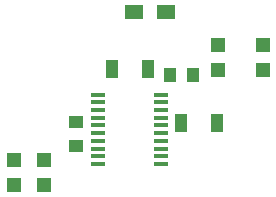
<source format=gbr>
G04 #@! TF.FileFunction,Paste,Top*
%FSLAX46Y46*%
G04 Gerber Fmt 4.6, Leading zero omitted, Abs format (unit mm)*
G04 Created by KiCad (PCBNEW 0.201509151501+6198~30~ubuntu14.04.1-product) date Sun 04 Oct 2015 11:46:26 PM EDT*
%MOMM*%
G01*
G04 APERTURE LIST*
%ADD10C,0.100000*%
%ADD11R,1.000000X1.600000*%
%ADD12R,1.000000X1.250000*%
%ADD13R,1.250000X1.000000*%
%ADD14R,1.270000X0.406400*%
%ADD15R,1.198880X1.198880*%
%ADD16R,1.500000X1.300000*%
G04 APERTURE END LIST*
D10*
D11*
X168616500Y-120205500D03*
X171616500Y-120205500D03*
D12*
X167656000Y-116179600D03*
X169656000Y-116179600D03*
D11*
X165774500Y-115633500D03*
X162774500Y-115633500D03*
D13*
X159702500Y-120158000D03*
X159702500Y-122158000D03*
D14*
X161544000Y-117856000D03*
X161544000Y-118491000D03*
X161544000Y-119151400D03*
X161544000Y-119811800D03*
X161544000Y-120446800D03*
X161544000Y-121107200D03*
X161544000Y-121767600D03*
X161544000Y-122402600D03*
X161544000Y-123063000D03*
X161544000Y-123698000D03*
X166878000Y-123698000D03*
X166878000Y-123063000D03*
X166878000Y-122402600D03*
X166878000Y-121767600D03*
X166878000Y-121107200D03*
X166878000Y-120446800D03*
X166878000Y-119811800D03*
X166878000Y-119151400D03*
X166878000Y-118491000D03*
X166878000Y-117856000D03*
D15*
X175514000Y-113631980D03*
X175514000Y-115730020D03*
X171704000Y-113631980D03*
X171704000Y-115730020D03*
X156972000Y-123410980D03*
X156972000Y-125509020D03*
X154432000Y-123410980D03*
X154432000Y-125509020D03*
D16*
X167339000Y-110871000D03*
X164639000Y-110871000D03*
M02*

</source>
